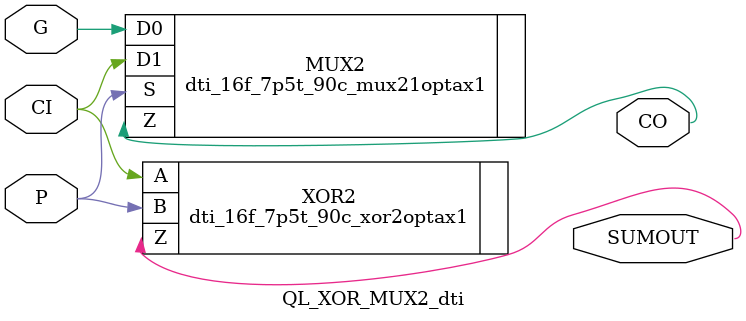
<source format=v>
`timescale 1ns/1ps

module QL_XOR_MUX2_dti (
  P,
  G,
  CI,
  SUMOUT,
  CO
);
input P;
input G;
input CI;
output SUMOUT;
output CO;

  dti_16f_7p5t_90c_xor2optax1  XOR2 (
      .A(CI),
      .B(P),
      .Z(SUMOUT)
      );
  dti_16f_7p5t_90c_mux21optax1 MUX2(
      .D0(G),
      .D1(CI),
      .S(P),
      .Z(CO)
      );

endmodule


</source>
